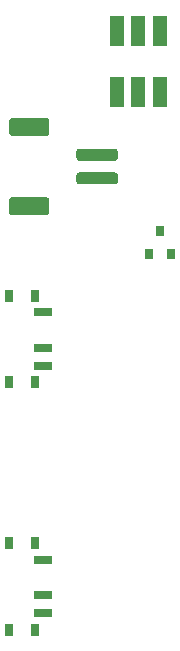
<source format=gbr>
G04 #@! TF.GenerationSoftware,KiCad,Pcbnew,(5.1.0-0)*
G04 #@! TF.CreationDate,2019-06-12T16:48:35+08:00*
G04 #@! TF.ProjectId,Palm,50616c6d-2e6b-4696-9361-645f70636258,V1.0*
G04 #@! TF.SameCoordinates,Original*
G04 #@! TF.FileFunction,Paste,Top*
G04 #@! TF.FilePolarity,Positive*
%FSLAX46Y46*%
G04 Gerber Fmt 4.6, Leading zero omitted, Abs format (unit mm)*
G04 Created by KiCad (PCBNEW (5.1.0-0)) date 2019-06-12 16:48:35*
%MOMM*%
%LPD*%
G04 APERTURE LIST*
%ADD10R,1.300000X2.600000*%
%ADD11R,0.800000X1.000000*%
%ADD12R,1.500000X0.700000*%
%ADD13R,0.800000X0.900000*%
%ADD14C,0.100000*%
%ADD15C,1.000000*%
%ADD16C,1.500000*%
G04 APERTURE END LIST*
D10*
X139805000Y-58480000D03*
X141605000Y-58480000D03*
X143405000Y-58480000D03*
X139805000Y-53280000D03*
X141605000Y-53280000D03*
X143405000Y-53280000D03*
D11*
X132860000Y-96680000D03*
X132860000Y-103980000D03*
X130650000Y-103980000D03*
X130650000Y-96680000D03*
D12*
X133510000Y-102580000D03*
X133510000Y-101080000D03*
X133510000Y-98080000D03*
D11*
X132860000Y-75725000D03*
X132860000Y-83025000D03*
X130650000Y-83025000D03*
X130650000Y-75725000D03*
D12*
X133510000Y-81625000D03*
X133510000Y-80125000D03*
X133510000Y-77125000D03*
D13*
X143428720Y-70216520D03*
X144378720Y-72216520D03*
X142478720Y-72216520D03*
D14*
G36*
X139629504Y-63271204D02*
G01*
X139653773Y-63274804D01*
X139677571Y-63280765D01*
X139700671Y-63289030D01*
X139722849Y-63299520D01*
X139743893Y-63312133D01*
X139763598Y-63326747D01*
X139781777Y-63343223D01*
X139798253Y-63361402D01*
X139812867Y-63381107D01*
X139825480Y-63402151D01*
X139835970Y-63424329D01*
X139844235Y-63447429D01*
X139850196Y-63471227D01*
X139853796Y-63495496D01*
X139855000Y-63520000D01*
X139855000Y-64020000D01*
X139853796Y-64044504D01*
X139850196Y-64068773D01*
X139844235Y-64092571D01*
X139835970Y-64115671D01*
X139825480Y-64137849D01*
X139812867Y-64158893D01*
X139798253Y-64178598D01*
X139781777Y-64196777D01*
X139763598Y-64213253D01*
X139743893Y-64227867D01*
X139722849Y-64240480D01*
X139700671Y-64250970D01*
X139677571Y-64259235D01*
X139653773Y-64265196D01*
X139629504Y-64268796D01*
X139605000Y-64270000D01*
X136605000Y-64270000D01*
X136580496Y-64268796D01*
X136556227Y-64265196D01*
X136532429Y-64259235D01*
X136509329Y-64250970D01*
X136487151Y-64240480D01*
X136466107Y-64227867D01*
X136446402Y-64213253D01*
X136428223Y-64196777D01*
X136411747Y-64178598D01*
X136397133Y-64158893D01*
X136384520Y-64137849D01*
X136374030Y-64115671D01*
X136365765Y-64092571D01*
X136359804Y-64068773D01*
X136356204Y-64044504D01*
X136355000Y-64020000D01*
X136355000Y-63520000D01*
X136356204Y-63495496D01*
X136359804Y-63471227D01*
X136365765Y-63447429D01*
X136374030Y-63424329D01*
X136384520Y-63402151D01*
X136397133Y-63381107D01*
X136411747Y-63361402D01*
X136428223Y-63343223D01*
X136446402Y-63326747D01*
X136466107Y-63312133D01*
X136487151Y-63299520D01*
X136509329Y-63289030D01*
X136532429Y-63280765D01*
X136556227Y-63274804D01*
X136580496Y-63271204D01*
X136605000Y-63270000D01*
X139605000Y-63270000D01*
X139629504Y-63271204D01*
X139629504Y-63271204D01*
G37*
D15*
X138105000Y-63770000D03*
D14*
G36*
X139629504Y-65271204D02*
G01*
X139653773Y-65274804D01*
X139677571Y-65280765D01*
X139700671Y-65289030D01*
X139722849Y-65299520D01*
X139743893Y-65312133D01*
X139763598Y-65326747D01*
X139781777Y-65343223D01*
X139798253Y-65361402D01*
X139812867Y-65381107D01*
X139825480Y-65402151D01*
X139835970Y-65424329D01*
X139844235Y-65447429D01*
X139850196Y-65471227D01*
X139853796Y-65495496D01*
X139855000Y-65520000D01*
X139855000Y-66020000D01*
X139853796Y-66044504D01*
X139850196Y-66068773D01*
X139844235Y-66092571D01*
X139835970Y-66115671D01*
X139825480Y-66137849D01*
X139812867Y-66158893D01*
X139798253Y-66178598D01*
X139781777Y-66196777D01*
X139763598Y-66213253D01*
X139743893Y-66227867D01*
X139722849Y-66240480D01*
X139700671Y-66250970D01*
X139677571Y-66259235D01*
X139653773Y-66265196D01*
X139629504Y-66268796D01*
X139605000Y-66270000D01*
X136605000Y-66270000D01*
X136580496Y-66268796D01*
X136556227Y-66265196D01*
X136532429Y-66259235D01*
X136509329Y-66250970D01*
X136487151Y-66240480D01*
X136466107Y-66227867D01*
X136446402Y-66213253D01*
X136428223Y-66196777D01*
X136411747Y-66178598D01*
X136397133Y-66158893D01*
X136384520Y-66137849D01*
X136374030Y-66115671D01*
X136365765Y-66092571D01*
X136359804Y-66068773D01*
X136356204Y-66044504D01*
X136355000Y-66020000D01*
X136355000Y-65520000D01*
X136356204Y-65495496D01*
X136359804Y-65471227D01*
X136365765Y-65447429D01*
X136374030Y-65424329D01*
X136384520Y-65402151D01*
X136397133Y-65381107D01*
X136411747Y-65361402D01*
X136428223Y-65343223D01*
X136446402Y-65326747D01*
X136466107Y-65312133D01*
X136487151Y-65299520D01*
X136509329Y-65289030D01*
X136532429Y-65280765D01*
X136556227Y-65274804D01*
X136580496Y-65271204D01*
X136605000Y-65270000D01*
X139605000Y-65270000D01*
X139629504Y-65271204D01*
X139629504Y-65271204D01*
G37*
D15*
X138105000Y-65770000D03*
D14*
G36*
X133829504Y-60671204D02*
G01*
X133853773Y-60674804D01*
X133877571Y-60680765D01*
X133900671Y-60689030D01*
X133922849Y-60699520D01*
X133943893Y-60712133D01*
X133963598Y-60726747D01*
X133981777Y-60743223D01*
X133998253Y-60761402D01*
X134012867Y-60781107D01*
X134025480Y-60802151D01*
X134035970Y-60824329D01*
X134044235Y-60847429D01*
X134050196Y-60871227D01*
X134053796Y-60895496D01*
X134055000Y-60920000D01*
X134055000Y-61920000D01*
X134053796Y-61944504D01*
X134050196Y-61968773D01*
X134044235Y-61992571D01*
X134035970Y-62015671D01*
X134025480Y-62037849D01*
X134012867Y-62058893D01*
X133998253Y-62078598D01*
X133981777Y-62096777D01*
X133963598Y-62113253D01*
X133943893Y-62127867D01*
X133922849Y-62140480D01*
X133900671Y-62150970D01*
X133877571Y-62159235D01*
X133853773Y-62165196D01*
X133829504Y-62168796D01*
X133805000Y-62170000D01*
X130905000Y-62170000D01*
X130880496Y-62168796D01*
X130856227Y-62165196D01*
X130832429Y-62159235D01*
X130809329Y-62150970D01*
X130787151Y-62140480D01*
X130766107Y-62127867D01*
X130746402Y-62113253D01*
X130728223Y-62096777D01*
X130711747Y-62078598D01*
X130697133Y-62058893D01*
X130684520Y-62037849D01*
X130674030Y-62015671D01*
X130665765Y-61992571D01*
X130659804Y-61968773D01*
X130656204Y-61944504D01*
X130655000Y-61920000D01*
X130655000Y-60920000D01*
X130656204Y-60895496D01*
X130659804Y-60871227D01*
X130665765Y-60847429D01*
X130674030Y-60824329D01*
X130684520Y-60802151D01*
X130697133Y-60781107D01*
X130711747Y-60761402D01*
X130728223Y-60743223D01*
X130746402Y-60726747D01*
X130766107Y-60712133D01*
X130787151Y-60699520D01*
X130809329Y-60689030D01*
X130832429Y-60680765D01*
X130856227Y-60674804D01*
X130880496Y-60671204D01*
X130905000Y-60670000D01*
X133805000Y-60670000D01*
X133829504Y-60671204D01*
X133829504Y-60671204D01*
G37*
D16*
X132355000Y-61420000D03*
D14*
G36*
X133829504Y-67371204D02*
G01*
X133853773Y-67374804D01*
X133877571Y-67380765D01*
X133900671Y-67389030D01*
X133922849Y-67399520D01*
X133943893Y-67412133D01*
X133963598Y-67426747D01*
X133981777Y-67443223D01*
X133998253Y-67461402D01*
X134012867Y-67481107D01*
X134025480Y-67502151D01*
X134035970Y-67524329D01*
X134044235Y-67547429D01*
X134050196Y-67571227D01*
X134053796Y-67595496D01*
X134055000Y-67620000D01*
X134055000Y-68620000D01*
X134053796Y-68644504D01*
X134050196Y-68668773D01*
X134044235Y-68692571D01*
X134035970Y-68715671D01*
X134025480Y-68737849D01*
X134012867Y-68758893D01*
X133998253Y-68778598D01*
X133981777Y-68796777D01*
X133963598Y-68813253D01*
X133943893Y-68827867D01*
X133922849Y-68840480D01*
X133900671Y-68850970D01*
X133877571Y-68859235D01*
X133853773Y-68865196D01*
X133829504Y-68868796D01*
X133805000Y-68870000D01*
X130905000Y-68870000D01*
X130880496Y-68868796D01*
X130856227Y-68865196D01*
X130832429Y-68859235D01*
X130809329Y-68850970D01*
X130787151Y-68840480D01*
X130766107Y-68827867D01*
X130746402Y-68813253D01*
X130728223Y-68796777D01*
X130711747Y-68778598D01*
X130697133Y-68758893D01*
X130684520Y-68737849D01*
X130674030Y-68715671D01*
X130665765Y-68692571D01*
X130659804Y-68668773D01*
X130656204Y-68644504D01*
X130655000Y-68620000D01*
X130655000Y-67620000D01*
X130656204Y-67595496D01*
X130659804Y-67571227D01*
X130665765Y-67547429D01*
X130674030Y-67524329D01*
X130684520Y-67502151D01*
X130697133Y-67481107D01*
X130711747Y-67461402D01*
X130728223Y-67443223D01*
X130746402Y-67426747D01*
X130766107Y-67412133D01*
X130787151Y-67399520D01*
X130809329Y-67389030D01*
X130832429Y-67380765D01*
X130856227Y-67374804D01*
X130880496Y-67371204D01*
X130905000Y-67370000D01*
X133805000Y-67370000D01*
X133829504Y-67371204D01*
X133829504Y-67371204D01*
G37*
D16*
X132355000Y-68120000D03*
M02*

</source>
